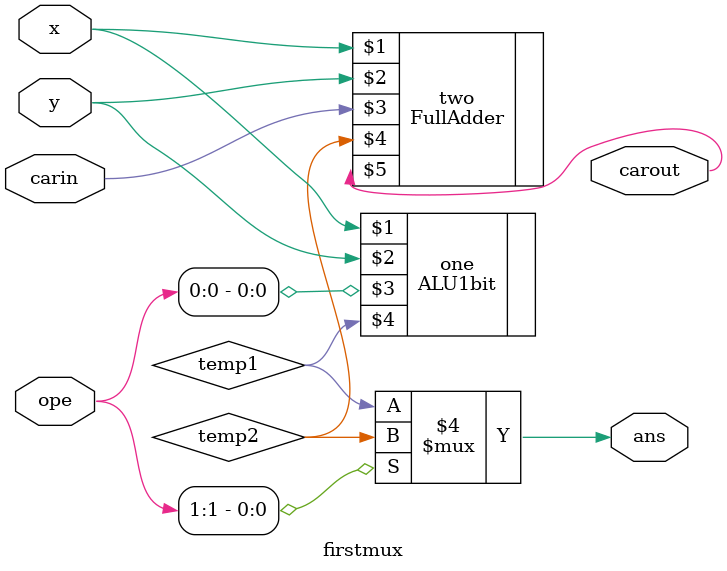
<source format=v>
`timescale 1ns / 1ps
module firstmux(
    input wire x,
    input wire y,
    input wire carin,
    input wire [1:0]ope,
    output carout,
    output reg ans
    );
wire temp1, temp2;
ALU1bit one(x, y, ope[0], temp1);
FullAdder two(x,y,carin,temp2,carout);
always @ *
begin
if(ope[1]==0)
	ans=temp1;
else 
	ans=temp2;
end	
endmodule

</source>
